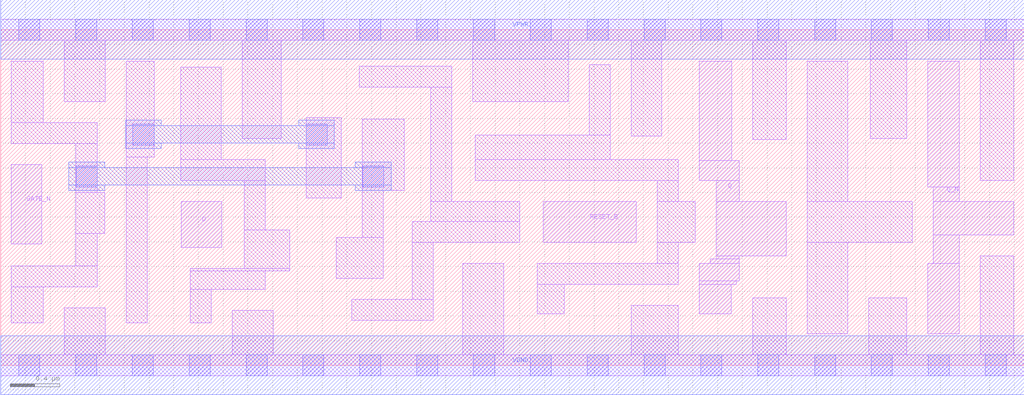
<source format=lef>
# Copyright 2020 The SkyWater PDK Authors
#
# Licensed under the Apache License, Version 2.0 (the "License");
# you may not use this file except in compliance with the License.
# You may obtain a copy of the License at
#
#     https://www.apache.org/licenses/LICENSE-2.0
#
# Unless required by applicable law or agreed to in writing, software
# distributed under the License is distributed on an "AS IS" BASIS,
# WITHOUT WARRANTIES OR CONDITIONS OF ANY KIND, either express or implied.
# See the License for the specific language governing permissions and
# limitations under the License.
#
# SPDX-License-Identifier: Apache-2.0

VERSION 5.7 ;
  NOWIREEXTENSIONATPIN ON ;
  DIVIDERCHAR "/" ;
  BUSBITCHARS "[]" ;
UNITS
  DATABASE MICRONS 200 ;
END UNITS
MACRO sky130_fd_sc_hd__dlrbn_2
  CLASS CORE ;
  FOREIGN sky130_fd_sc_hd__dlrbn_2 ;
  ORIGIN  0.000000  0.000000 ;
  SIZE  8.280000 BY  2.720000 ;
  SYMMETRY X Y R90 ;
  SITE unithd ;
  PIN D
    ANTENNAGATEAREA  0.159000 ;
    DIRECTION INPUT ;
    USE SIGNAL ;
    PORT
      LAYER li1 ;
        RECT 1.460000 0.955000 1.790000 1.325000 ;
    END
  END D
  PIN Q
    ANTENNADIFFAREA  0.536250 ;
    DIRECTION OUTPUT ;
    USE SIGNAL ;
    PORT
      LAYER li1 ;
        RECT 5.650000 0.415000 5.910000 0.655000 ;
        RECT 5.650000 0.655000 5.950000 0.685000 ;
        RECT 5.650000 0.685000 5.975000 0.825000 ;
        RECT 5.650000 1.495000 5.975000 1.660000 ;
        RECT 5.650000 1.660000 5.915000 2.465000 ;
        RECT 5.740000 0.825000 5.975000 0.860000 ;
        RECT 5.790000 0.860000 5.975000 0.885000 ;
        RECT 5.790000 0.885000 6.355000 1.325000 ;
        RECT 5.790000 1.325000 5.975000 1.495000 ;
    END
  END Q
  PIN Q_N
    ANTENNADIFFAREA  0.453750 ;
    DIRECTION OUTPUT ;
    USE SIGNAL ;
    PORT
      LAYER li1 ;
        RECT 7.500000 0.255000 7.755000 0.825000 ;
        RECT 7.500000 1.445000 7.755000 2.465000 ;
        RECT 7.545000 0.825000 7.755000 1.055000 ;
        RECT 7.545000 1.055000 8.195000 1.325000 ;
        RECT 7.545000 1.325000 7.755000 1.445000 ;
    END
  END Q_N
  PIN RESET_B
    ANTENNAGATEAREA  0.247500 ;
    DIRECTION INPUT ;
    USE SIGNAL ;
    PORT
      LAYER li1 ;
        RECT 4.390000 0.995000 5.140000 1.325000 ;
    END
  END RESET_B
  PIN GATE_N
    ANTENNAGATEAREA  0.159000 ;
    DIRECTION INPUT ;
    USE CLOCK ;
    PORT
      LAYER li1 ;
        RECT 0.085000 0.985000 0.330000 1.625000 ;
    END
  END GATE_N
  PIN VGND
    DIRECTION INOUT ;
    SHAPE ABUTMENT ;
    USE GROUND ;
    PORT
      LAYER met1 ;
        RECT 0.000000 -0.240000 8.280000 0.240000 ;
    END
  END VGND
  PIN VPWR
    DIRECTION INOUT ;
    SHAPE ABUTMENT ;
    USE POWER ;
    PORT
      LAYER met1 ;
        RECT 0.000000 2.480000 8.280000 2.960000 ;
    END
  END VPWR
  OBS
    LAYER li1 ;
      RECT 0.000000 -0.085000 8.280000 0.085000 ;
      RECT 0.000000  2.635000 8.280000 2.805000 ;
      RECT 0.085000  0.345000 0.345000 0.635000 ;
      RECT 0.085000  0.635000 0.780000 0.805000 ;
      RECT 0.085000  1.795000 0.780000 1.965000 ;
      RECT 0.085000  1.965000 0.345000 2.465000 ;
      RECT 0.515000  0.085000 0.845000 0.465000 ;
      RECT 0.515000  2.135000 0.845000 2.635000 ;
      RECT 0.605000  0.805000 0.780000 1.070000 ;
      RECT 0.605000  1.070000 0.840000 1.400000 ;
      RECT 0.605000  1.400000 0.780000 1.795000 ;
      RECT 1.015000  0.345000 1.185000 1.685000 ;
      RECT 1.015000  1.685000 1.240000 2.465000 ;
      RECT 1.455000  1.495000 2.140000 1.665000 ;
      RECT 1.455000  1.665000 1.785000 2.415000 ;
      RECT 1.535000  0.345000 1.705000 0.615000 ;
      RECT 1.535000  0.615000 2.140000 0.765000 ;
      RECT 1.535000  0.765000 2.340000 0.785000 ;
      RECT 1.875000  0.085000 2.205000 0.445000 ;
      RECT 1.955000  1.835000 2.270000 2.635000 ;
      RECT 1.970000  0.785000 2.340000 1.095000 ;
      RECT 1.970000  1.095000 2.140000 1.495000 ;
      RECT 2.470000  1.355000 2.755000 2.005000 ;
      RECT 2.715000  0.705000 3.095000 1.035000 ;
      RECT 2.840000  0.365000 3.500000 0.535000 ;
      RECT 2.900000  2.255000 3.650000 2.425000 ;
      RECT 2.925000  1.035000 3.095000 1.415000 ;
      RECT 2.925000  1.415000 3.265000 1.995000 ;
      RECT 3.330000  0.535000 3.500000 0.995000 ;
      RECT 3.330000  0.995000 4.200000 1.165000 ;
      RECT 3.480000  1.165000 4.200000 1.325000 ;
      RECT 3.480000  1.325000 3.650000 2.255000 ;
      RECT 3.740000  0.085000 4.070000 0.825000 ;
      RECT 3.820000  2.135000 4.590000 2.635000 ;
      RECT 3.840000  1.495000 5.480000 1.665000 ;
      RECT 3.840000  1.665000 4.930000 1.865000 ;
      RECT 4.340000  0.415000 4.560000 0.655000 ;
      RECT 4.340000  0.655000 5.480000 0.825000 ;
      RECT 4.760000  1.865000 4.930000 2.435000 ;
      RECT 5.100000  0.085000 5.480000 0.485000 ;
      RECT 5.100000  1.855000 5.350000 2.635000 ;
      RECT 5.310000  0.825000 5.480000 0.995000 ;
      RECT 5.310000  0.995000 5.620000 1.325000 ;
      RECT 5.310000  1.325000 5.480000 1.495000 ;
      RECT 6.085000  0.085000 6.355000 0.545000 ;
      RECT 6.085000  1.830000 6.355000 2.635000 ;
      RECT 6.525000  0.255000 6.855000 0.995000 ;
      RECT 6.525000  0.995000 7.375000 1.325000 ;
      RECT 6.525000  1.325000 6.855000 2.465000 ;
      RECT 7.025000  0.085000 7.330000 0.545000 ;
      RECT 7.035000  1.835000 7.330000 2.635000 ;
      RECT 7.925000  0.085000 8.195000 0.885000 ;
      RECT 7.925000  1.495000 8.195000 2.635000 ;
    LAYER mcon ;
      RECT 0.145000 -0.085000 0.315000 0.085000 ;
      RECT 0.145000  2.635000 0.315000 2.805000 ;
      RECT 0.605000 -0.085000 0.775000 0.085000 ;
      RECT 0.605000  2.635000 0.775000 2.805000 ;
      RECT 0.610000  1.445000 0.780000 1.615000 ;
      RECT 1.065000 -0.085000 1.235000 0.085000 ;
      RECT 1.065000  2.635000 1.235000 2.805000 ;
      RECT 1.070000  1.785000 1.240000 1.955000 ;
      RECT 1.525000 -0.085000 1.695000 0.085000 ;
      RECT 1.525000  2.635000 1.695000 2.805000 ;
      RECT 1.985000 -0.085000 2.155000 0.085000 ;
      RECT 1.985000  2.635000 2.155000 2.805000 ;
      RECT 2.445000 -0.085000 2.615000 0.085000 ;
      RECT 2.445000  2.635000 2.615000 2.805000 ;
      RECT 2.470000  1.785000 2.640000 1.955000 ;
      RECT 2.905000 -0.085000 3.075000 0.085000 ;
      RECT 2.905000  2.635000 3.075000 2.805000 ;
      RECT 2.930000  1.445000 3.100000 1.615000 ;
      RECT 3.365000 -0.085000 3.535000 0.085000 ;
      RECT 3.365000  2.635000 3.535000 2.805000 ;
      RECT 3.825000 -0.085000 3.995000 0.085000 ;
      RECT 3.825000  2.635000 3.995000 2.805000 ;
      RECT 4.285000 -0.085000 4.455000 0.085000 ;
      RECT 4.285000  2.635000 4.455000 2.805000 ;
      RECT 4.745000 -0.085000 4.915000 0.085000 ;
      RECT 4.745000  2.635000 4.915000 2.805000 ;
      RECT 5.205000 -0.085000 5.375000 0.085000 ;
      RECT 5.205000  2.635000 5.375000 2.805000 ;
      RECT 5.665000 -0.085000 5.835000 0.085000 ;
      RECT 5.665000  2.635000 5.835000 2.805000 ;
      RECT 6.125000 -0.085000 6.295000 0.085000 ;
      RECT 6.125000  2.635000 6.295000 2.805000 ;
      RECT 6.585000 -0.085000 6.755000 0.085000 ;
      RECT 6.585000  2.635000 6.755000 2.805000 ;
      RECT 7.045000 -0.085000 7.215000 0.085000 ;
      RECT 7.045000  2.635000 7.215000 2.805000 ;
      RECT 7.505000 -0.085000 7.675000 0.085000 ;
      RECT 7.505000  2.635000 7.675000 2.805000 ;
      RECT 7.965000 -0.085000 8.135000 0.085000 ;
      RECT 7.965000  2.635000 8.135000 2.805000 ;
    LAYER met1 ;
      RECT 0.550000 1.415000 0.840000 1.460000 ;
      RECT 0.550000 1.460000 3.160000 1.600000 ;
      RECT 0.550000 1.600000 0.840000 1.645000 ;
      RECT 1.010000 1.755000 1.300000 1.800000 ;
      RECT 1.010000 1.800000 2.700000 1.940000 ;
      RECT 1.010000 1.940000 1.300000 1.985000 ;
      RECT 2.410000 1.755000 2.700000 1.800000 ;
      RECT 2.410000 1.940000 2.700000 1.985000 ;
      RECT 2.870000 1.415000 3.160000 1.460000 ;
      RECT 2.870000 1.600000 3.160000 1.645000 ;
  END
END sky130_fd_sc_hd__dlrbn_2
END LIBRARY

</source>
